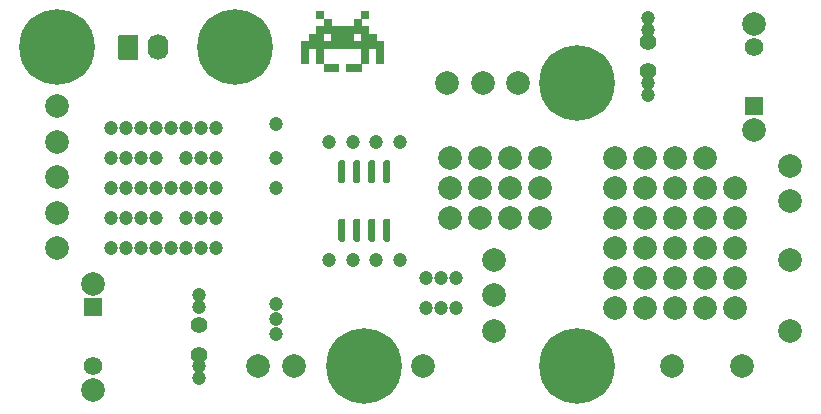
<source format=gbr>
%TF.GenerationSoftware,KiCad,Pcbnew,(5.1.9)-1*%
%TF.CreationDate,2021-06-06T14:42:32+02:00*%
%TF.ProjectId,Yarra_Experimenter,59617272-615f-4457-9870-6572696d656e,rev?*%
%TF.SameCoordinates,Original*%
%TF.FileFunction,Soldermask,Top*%
%TF.FilePolarity,Negative*%
%FSLAX46Y46*%
G04 Gerber Fmt 4.6, Leading zero omitted, Abs format (unit mm)*
G04 Created by KiCad (PCBNEW (5.1.9)-1) date 2021-06-06 14:42:32*
%MOMM*%
%LPD*%
G01*
G04 APERTURE LIST*
%ADD10C,1.200000*%
%ADD11C,2.000000*%
%ADD12R,0.635000X0.635000*%
%ADD13C,1.400000*%
%ADD14C,1.575000*%
%ADD15R,1.575000X1.575000*%
%ADD16C,6.400000*%
%ADD17C,3.600000*%
%ADD18O,1.740000X2.190000*%
G04 APERTURE END LIST*
D10*
%TO.C,REF\u002A\u002A*%
X71120000Y-53340000D03*
%TD*%
%TO.C,REF\u002A\u002A*%
X69850000Y-53340000D03*
%TD*%
%TO.C,REF\u002A\u002A*%
X68580000Y-53340000D03*
%TD*%
%TO.C,REF\u002A\u002A*%
X72390000Y-53340000D03*
%TD*%
%TO.C,REF\u002A\u002A*%
X76200000Y-53340000D03*
%TD*%
%TO.C,REF\u002A\u002A*%
X74930000Y-53340000D03*
%TD*%
%TO.C,REF\u002A\u002A*%
X77470000Y-53340000D03*
%TD*%
D11*
%TO.C,REF\u002A\u002A*%
X113760000Y-66040000D03*
%TD*%
%TO.C,REF\u002A\u002A*%
X111220000Y-66040000D03*
%TD*%
D12*
%TO.C,REF\u002A\u002A*%
X86912500Y-45722500D03*
X87547500Y-45722500D03*
X88817500Y-45722500D03*
X89452500Y-45722500D03*
X90087500Y-45087500D03*
X90087500Y-44452500D03*
X86277500Y-45087500D03*
X86277500Y-44452500D03*
X85007500Y-45087500D03*
X85007500Y-44452500D03*
X91357500Y-45087500D03*
X91357500Y-44452500D03*
X91357500Y-43817500D03*
X90722500Y-43817500D03*
X90087500Y-43817500D03*
X89452500Y-43817500D03*
X88817500Y-43817500D03*
X88182500Y-43817500D03*
X87547500Y-43817500D03*
X86912500Y-43817500D03*
X86277500Y-43817500D03*
X85642500Y-43817500D03*
X85007500Y-43817500D03*
X86277500Y-41277500D03*
X90087500Y-41277500D03*
X89452500Y-41912500D03*
X86912500Y-41912500D03*
X90087500Y-42547500D03*
X89452500Y-42547500D03*
X88817500Y-42547500D03*
X88182500Y-42547500D03*
X87547500Y-42547500D03*
X86912500Y-42547500D03*
X86277500Y-42547500D03*
X85642500Y-43182500D03*
X86277500Y-43182500D03*
X90722500Y-43182500D03*
X90087500Y-43182500D03*
X87547500Y-43182500D03*
X88817500Y-43182500D03*
X88182500Y-43182500D03*
%TD*%
D10*
%TO.C,REF\u002A\u002A*%
X77470000Y-60960000D03*
%TD*%
%TO.C,REF\u002A\u002A*%
X76200000Y-60960000D03*
%TD*%
%TO.C,REF\u002A\u002A*%
X74930000Y-60960000D03*
%TD*%
%TO.C,REF\u002A\u002A*%
X73660000Y-60960000D03*
%TD*%
%TO.C,REF\u002A\u002A*%
X72390000Y-60960000D03*
%TD*%
%TO.C,REF\u002A\u002A*%
X71120000Y-60960000D03*
%TD*%
%TO.C,REF\u002A\u002A*%
X69850000Y-60960000D03*
%TD*%
D11*
%TO.C,REF\u002A\u002A*%
X81000000Y-71000000D03*
%TD*%
%TO.C,REF\u002A\u002A*%
X84000000Y-71000000D03*
%TD*%
%TO.C,REF\u002A\u002A*%
X121380000Y-66040000D03*
%TD*%
%TO.C,REF\u002A\u002A*%
X121380000Y-63500000D03*
%TD*%
%TO.C,REF\u002A\u002A*%
X121380000Y-60960000D03*
%TD*%
%TO.C,REF\u002A\u002A*%
X121380000Y-55880000D03*
%TD*%
%TO.C,REF\u002A\u002A*%
X121380000Y-58420000D03*
%TD*%
%TO.C,REF\u002A\u002A*%
X116300000Y-66040000D03*
%TD*%
%TO.C,REF\u002A\u002A*%
X118840000Y-66040000D03*
%TD*%
%TO.C,REF\u002A\u002A*%
X113760000Y-63500000D03*
%TD*%
%TO.C,REF\u002A\u002A*%
X116300000Y-63500000D03*
%TD*%
%TO.C,REF\u002A\u002A*%
X118840000Y-63500000D03*
%TD*%
%TO.C,REF\u002A\u002A*%
X113760000Y-60960000D03*
%TD*%
%TO.C,REF\u002A\u002A*%
X116300000Y-60960000D03*
%TD*%
%TO.C,REF\u002A\u002A*%
X118840000Y-60960000D03*
%TD*%
%TO.C,REF\u002A\u002A*%
X113760000Y-58420000D03*
%TD*%
%TO.C,REF\u002A\u002A*%
X116300000Y-58420000D03*
%TD*%
%TO.C,REF\u002A\u002A*%
X118840000Y-58420000D03*
%TD*%
%TO.C,REF\u002A\u002A*%
X113760000Y-55880000D03*
%TD*%
%TO.C,REF\u002A\u002A*%
X116300000Y-55880000D03*
%TD*%
%TO.C,REF\u002A\u002A*%
X118840000Y-55880000D03*
%TD*%
%TO.C,REF\u002A\u002A*%
X104870000Y-53340000D03*
%TD*%
%TO.C,REF\u002A\u002A*%
X104870000Y-58420000D03*
%TD*%
%TO.C,REF\u002A\u002A*%
X104870000Y-55880000D03*
%TD*%
%TO.C,REF\u002A\u002A*%
X102330000Y-53340000D03*
%TD*%
%TO.C,REF\u002A\u002A*%
X102330000Y-58420000D03*
%TD*%
%TO.C,REF\u002A\u002A*%
X102330000Y-55880000D03*
%TD*%
%TO.C,REF\u002A\u002A*%
X99790000Y-53340000D03*
%TD*%
%TO.C,REF\u002A\u002A*%
X99790000Y-55880000D03*
%TD*%
%TO.C,REF\u002A\u002A*%
X99790000Y-58420000D03*
%TD*%
%TO.C,REF\u002A\u002A*%
X118840000Y-53340000D03*
%TD*%
%TO.C,REF\u002A\u002A*%
X116300000Y-53340000D03*
%TD*%
%TO.C,REF\u002A\u002A*%
X113760000Y-53340000D03*
%TD*%
%TO.C,REF\u002A\u002A*%
X111220000Y-53340000D03*
%TD*%
%TO.C,REF\u002A\u002A*%
X111220000Y-63500000D03*
%TD*%
%TO.C,REF\u002A\u002A*%
X111220000Y-60960000D03*
%TD*%
%TO.C,REF\u002A\u002A*%
X111220000Y-58420000D03*
%TD*%
%TO.C,REF\u002A\u002A*%
X111220000Y-55880000D03*
%TD*%
%TO.C,REF\u002A\u002A*%
X97250000Y-58420000D03*
%TD*%
%TO.C,REF\u002A\u002A*%
X97250000Y-55880000D03*
%TD*%
%TO.C,REF\u002A\u002A*%
X97250000Y-53340000D03*
%TD*%
D10*
%TO.C,REF\u002A\u002A*%
X77470000Y-58420000D03*
%TD*%
%TO.C,REF\u002A\u002A*%
X71120000Y-55880000D03*
%TD*%
%TO.C,REF\u002A\u002A*%
X71120000Y-50800000D03*
%TD*%
%TO.C,REF\u002A\u002A*%
X68580000Y-50800000D03*
%TD*%
%TO.C,REF\u002A\u002A*%
X68580000Y-50800000D03*
%TD*%
%TO.C,REF\u002A\u002A*%
X69850000Y-50800000D03*
%TD*%
%TO.C,REF\u002A\u002A*%
X69850000Y-50800000D03*
%TD*%
%TO.C,REF\u002A\u002A*%
X68580000Y-55880000D03*
%TD*%
%TO.C,REF\u002A\u002A*%
X68580000Y-55880000D03*
%TD*%
%TO.C,REF\u002A\u002A*%
X69850000Y-55880000D03*
%TD*%
%TO.C,REF\u002A\u002A*%
X69850000Y-55880000D03*
%TD*%
%TO.C,REF\u002A\u002A*%
X68580000Y-60960000D03*
%TD*%
%TO.C,REF\u002A\u002A*%
X95250000Y-66040000D03*
%TD*%
%TO.C,REF\u002A\u002A*%
X96520000Y-66040000D03*
%TD*%
%TO.C,REF\u002A\u002A*%
X97790000Y-66040000D03*
%TD*%
%TO.C,REF\u002A\u002A*%
X96520000Y-63500000D03*
%TD*%
%TO.C,REF\u002A\u002A*%
X97790000Y-63500000D03*
%TD*%
%TO.C,REF\u002A\u002A*%
X95250000Y-63500000D03*
%TD*%
%TO.C,REF\u002A\u002A*%
X82540000Y-65680000D03*
%TD*%
%TO.C,REF\u002A\u002A*%
X82540000Y-68220000D03*
%TD*%
%TO.C,REF\u002A\u002A*%
X82540000Y-66950000D03*
%TD*%
%TO.C,REF\u002A\u002A*%
X68580000Y-58420000D03*
%TD*%
%TO.C,REF\u002A\u002A*%
X71120000Y-58420000D03*
%TD*%
%TO.C,REF\u002A\u002A*%
X69850000Y-58420000D03*
%TD*%
%TO.C,REF\u002A\u002A*%
X76200000Y-58420000D03*
%TD*%
%TO.C,REF\u002A\u002A*%
X74930000Y-58420000D03*
%TD*%
%TO.C,REF\u002A\u002A*%
X72390000Y-58420000D03*
%TD*%
%TO.C,REF\u002A\u002A*%
X77470000Y-50800000D03*
%TD*%
%TO.C,REF\u002A\u002A*%
X76200000Y-50800000D03*
%TD*%
%TO.C,REF\u002A\u002A*%
X73660000Y-50800000D03*
%TD*%
%TO.C,REF\u002A\u002A*%
X72390000Y-50800000D03*
%TD*%
%TO.C,REF\u002A\u002A*%
X74930000Y-50800000D03*
%TD*%
%TO.C,REF\u002A\u002A*%
X82550000Y-55880000D03*
%TD*%
%TO.C,REF\u002A\u002A*%
X82550000Y-50460000D03*
%TD*%
%TO.C,REF\u002A\u002A*%
X82550000Y-53340000D03*
%TD*%
D11*
%TO.C,REF\u002A\u002A*%
X103000000Y-47000000D03*
%TD*%
%TO.C,REF\u002A\u002A*%
X100000000Y-47000000D03*
%TD*%
%TO.C,REF\u002A\u002A*%
X97000000Y-47000000D03*
%TD*%
D10*
%TO.C,REF\u002A\u002A*%
X77470000Y-55880000D03*
%TD*%
%TO.C,REF\u002A\u002A*%
X76200000Y-55880000D03*
%TD*%
%TO.C,REF\u002A\u002A*%
X72390000Y-55880000D03*
%TD*%
D11*
%TO.C,REF\u002A\u002A*%
X64000000Y-61000000D03*
%TD*%
%TO.C,REF\u002A\u002A*%
X64000000Y-58000000D03*
%TD*%
%TO.C,REF\u002A\u002A*%
X64000000Y-52000000D03*
%TD*%
%TO.C,REF\u002A\u002A*%
X64000000Y-55000000D03*
%TD*%
%TO.C,REF\u002A\u002A*%
X64000000Y-49000000D03*
%TD*%
%TO.C,REF\u002A\u002A*%
X95000000Y-71000000D03*
%TD*%
%TO.C,REF\u002A\u002A*%
X101000000Y-62000000D03*
%TD*%
%TO.C,REF\u002A\u002A*%
X101000000Y-68000000D03*
%TD*%
%TO.C,REF\u002A\u002A*%
X101000000Y-65000000D03*
%TD*%
D10*
%TO.C,REF\u002A\u002A*%
X114000000Y-48000000D03*
%TD*%
%TO.C,REF\u002A\u002A*%
X114000000Y-47000000D03*
%TD*%
%TO.C,REF\u002A\u002A*%
X114000000Y-41500000D03*
%TD*%
%TO.C,REF\u002A\u002A*%
X114000000Y-42500000D03*
%TD*%
D13*
%TO.C,C4*%
X114000000Y-43500000D03*
X114000000Y-46000000D03*
%TD*%
%TO.C,C3*%
X76000000Y-67500000D03*
X76000000Y-70000000D03*
%TD*%
D11*
%TO.C,REF\u002A\u002A*%
X123000000Y-42000000D03*
%TD*%
D10*
%TO.C,REF\u002A\u002A*%
X73660000Y-55880000D03*
%TD*%
%TO.C,REF\u002A\u002A*%
X74930000Y-55880000D03*
%TD*%
D14*
%TO.C,C1*%
X67000000Y-71000000D03*
D15*
X67000000Y-66000000D03*
%TD*%
D14*
%TO.C,C2*%
X123000000Y-44000000D03*
D15*
X123000000Y-49000000D03*
%TD*%
D10*
%TO.C,REF\u002A\u002A*%
X93000000Y-62000000D03*
%TD*%
%TO.C,REF\u002A\u002A*%
X91000000Y-62000000D03*
%TD*%
%TO.C,REF\u002A\u002A*%
X89000000Y-62000000D03*
%TD*%
%TO.C,REF\u002A\u002A*%
X87000000Y-62000000D03*
%TD*%
%TO.C,REF\u002A\u002A*%
X93000000Y-52000000D03*
%TD*%
%TO.C,REF\u002A\u002A*%
X91000000Y-52000000D03*
%TD*%
%TO.C,REF\u002A\u002A*%
X89000000Y-52000000D03*
%TD*%
%TO.C,REF\u002A\u002A*%
X87000000Y-52000000D03*
%TD*%
%TO.C,SOIC-8*%
G36*
G01*
X88245000Y-55500000D02*
X87945000Y-55500000D01*
G75*
G02*
X87795000Y-55350000I0J150000D01*
G01*
X87795000Y-53700000D01*
G75*
G02*
X87945000Y-53550000I150000J0D01*
G01*
X88245000Y-53550000D01*
G75*
G02*
X88395000Y-53700000I0J-150000D01*
G01*
X88395000Y-55350000D01*
G75*
G02*
X88245000Y-55500000I-150000J0D01*
G01*
G37*
G36*
G01*
X89515000Y-55500000D02*
X89215000Y-55500000D01*
G75*
G02*
X89065000Y-55350000I0J150000D01*
G01*
X89065000Y-53700000D01*
G75*
G02*
X89215000Y-53550000I150000J0D01*
G01*
X89515000Y-53550000D01*
G75*
G02*
X89665000Y-53700000I0J-150000D01*
G01*
X89665000Y-55350000D01*
G75*
G02*
X89515000Y-55500000I-150000J0D01*
G01*
G37*
G36*
G01*
X90785000Y-55500000D02*
X90485000Y-55500000D01*
G75*
G02*
X90335000Y-55350000I0J150000D01*
G01*
X90335000Y-53700000D01*
G75*
G02*
X90485000Y-53550000I150000J0D01*
G01*
X90785000Y-53550000D01*
G75*
G02*
X90935000Y-53700000I0J-150000D01*
G01*
X90935000Y-55350000D01*
G75*
G02*
X90785000Y-55500000I-150000J0D01*
G01*
G37*
G36*
G01*
X92055000Y-55500000D02*
X91755000Y-55500000D01*
G75*
G02*
X91605000Y-55350000I0J150000D01*
G01*
X91605000Y-53700000D01*
G75*
G02*
X91755000Y-53550000I150000J0D01*
G01*
X92055000Y-53550000D01*
G75*
G02*
X92205000Y-53700000I0J-150000D01*
G01*
X92205000Y-55350000D01*
G75*
G02*
X92055000Y-55500000I-150000J0D01*
G01*
G37*
G36*
G01*
X92055000Y-60450000D02*
X91755000Y-60450000D01*
G75*
G02*
X91605000Y-60300000I0J150000D01*
G01*
X91605000Y-58650000D01*
G75*
G02*
X91755000Y-58500000I150000J0D01*
G01*
X92055000Y-58500000D01*
G75*
G02*
X92205000Y-58650000I0J-150000D01*
G01*
X92205000Y-60300000D01*
G75*
G02*
X92055000Y-60450000I-150000J0D01*
G01*
G37*
G36*
G01*
X90785000Y-60450000D02*
X90485000Y-60450000D01*
G75*
G02*
X90335000Y-60300000I0J150000D01*
G01*
X90335000Y-58650000D01*
G75*
G02*
X90485000Y-58500000I150000J0D01*
G01*
X90785000Y-58500000D01*
G75*
G02*
X90935000Y-58650000I0J-150000D01*
G01*
X90935000Y-60300000D01*
G75*
G02*
X90785000Y-60450000I-150000J0D01*
G01*
G37*
G36*
G01*
X89515000Y-60450000D02*
X89215000Y-60450000D01*
G75*
G02*
X89065000Y-60300000I0J150000D01*
G01*
X89065000Y-58650000D01*
G75*
G02*
X89215000Y-58500000I150000J0D01*
G01*
X89515000Y-58500000D01*
G75*
G02*
X89665000Y-58650000I0J-150000D01*
G01*
X89665000Y-60300000D01*
G75*
G02*
X89515000Y-60450000I-150000J0D01*
G01*
G37*
G36*
G01*
X88245000Y-60450000D02*
X87945000Y-60450000D01*
G75*
G02*
X87795000Y-60300000I0J150000D01*
G01*
X87795000Y-58650000D01*
G75*
G02*
X87945000Y-58500000I150000J0D01*
G01*
X88245000Y-58500000D01*
G75*
G02*
X88395000Y-58650000I0J-150000D01*
G01*
X88395000Y-60300000D01*
G75*
G02*
X88245000Y-60450000I-150000J0D01*
G01*
G37*
%TD*%
D11*
%TO.C,REF\u002A\u002A*%
X116000000Y-71000000D03*
%TD*%
%TO.C,REF\u002A\u002A*%
X126000000Y-62000000D03*
%TD*%
%TO.C,REF\u002A\u002A*%
X122000000Y-71000000D03*
%TD*%
%TO.C,REF\u002A\u002A*%
X123000000Y-51000000D03*
%TD*%
%TO.C,REF\u002A\u002A*%
X67000000Y-73000000D03*
%TD*%
%TO.C,REF\u002A\u002A*%
X67000000Y-64000000D03*
%TD*%
%TO.C,REF\u002A\u002A*%
X126000000Y-68000000D03*
%TD*%
%TO.C,REF\u002A\u002A*%
X126000000Y-54000000D03*
%TD*%
%TO.C,REF\u002A\u002A*%
X126000000Y-57000000D03*
%TD*%
D10*
%TO.C,REF\u002A\u002A*%
X76000000Y-72000000D03*
%TD*%
%TO.C,REF\u002A\u002A*%
X76000000Y-71000000D03*
%TD*%
%TO.C,REF\u002A\u002A*%
X76000000Y-65000000D03*
%TD*%
%TO.C,REF\u002A\u002A*%
X76000000Y-66000000D03*
%TD*%
D16*
%TO.C,H5*%
X64000000Y-44000000D03*
D17*
X64000000Y-44000000D03*
%TD*%
D16*
%TO.C,H1*%
X108000000Y-47000000D03*
D17*
X108000000Y-47000000D03*
%TD*%
D16*
%TO.C,H2*%
X90000000Y-71000000D03*
D17*
X90000000Y-71000000D03*
%TD*%
D16*
%TO.C,H3*%
X79000000Y-44000000D03*
D17*
X79000000Y-44000000D03*
%TD*%
D16*
%TO.C,H4*%
X108000000Y-71000000D03*
D17*
X108000000Y-71000000D03*
%TD*%
D18*
%TO.C,GND*%
X72540000Y-44000000D03*
G36*
G01*
X69130000Y-44845001D02*
X69130000Y-43154999D01*
G75*
G02*
X69379999Y-42905000I249999J0D01*
G01*
X70620001Y-42905000D01*
G75*
G02*
X70870000Y-43154999I0J-249999D01*
G01*
X70870000Y-44845001D01*
G75*
G02*
X70620001Y-45095000I-249999J0D01*
G01*
X69379999Y-45095000D01*
G75*
G02*
X69130000Y-44845001I0J249999D01*
G01*
G37*
%TD*%
M02*

</source>
